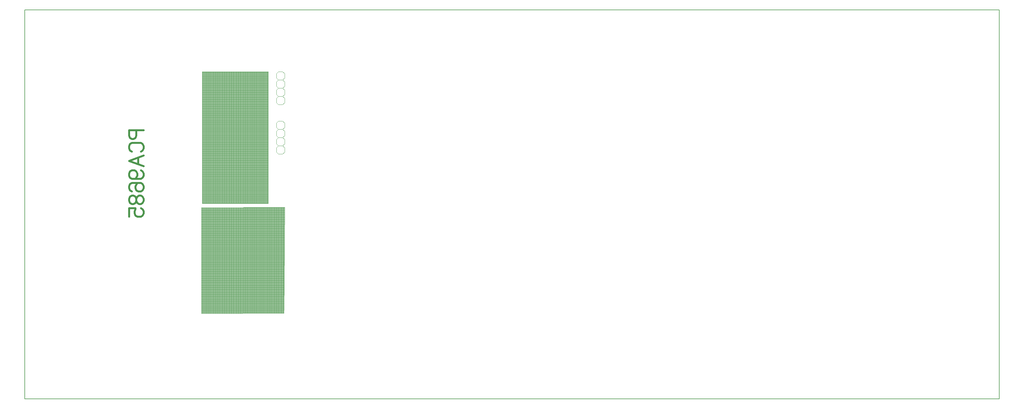
<source format=gbr>
%FSLAX32Y32*%
%MOMM*%
%LNSILKSCREEN2*%
G71*
G01*
%ADD10C, 0.20*%
%ADD11C, 0.10*%
%ADD12C, 0.56*%
%LPD*%
G54D10*
X0Y12000D02*
X30000Y12000D01*
X30000Y0D01*
X0Y0D01*
X0Y12000D01*
G54D11*
X5480Y6031D02*
X5480Y10095D01*
X5500Y6031D02*
X5500Y10095D01*
X5520Y6031D02*
X5520Y10095D01*
X5540Y6031D02*
X5540Y10095D01*
X5560Y6031D02*
X5560Y10095D01*
X5580Y6031D02*
X5580Y10095D01*
X5600Y6031D02*
X5600Y10095D01*
X5620Y6031D02*
X5620Y10095D01*
X5640Y6031D02*
X5640Y10095D01*
X5660Y6031D02*
X5660Y10095D01*
X5680Y6031D02*
X5680Y10095D01*
X5700Y6031D02*
X5700Y10095D01*
X5720Y6031D02*
X5720Y10095D01*
X5740Y6031D02*
X5740Y10095D01*
X5760Y6031D02*
X5760Y10095D01*
X5780Y6031D02*
X5780Y10095D01*
X5800Y6031D02*
X5800Y10095D01*
X5820Y6031D02*
X5820Y10095D01*
X5840Y6031D02*
X5840Y10095D01*
X5860Y6031D02*
X5860Y10095D01*
X5880Y6031D02*
X5880Y10095D01*
X5900Y6031D02*
X5900Y10095D01*
X5920Y6031D02*
X5920Y10095D01*
X5940Y6031D02*
X5940Y10095D01*
X5960Y6031D02*
X5960Y10095D01*
X5980Y6031D02*
X5980Y10095D01*
X6000Y6031D02*
X6000Y10095D01*
X6020Y6031D02*
X6020Y10095D01*
X6040Y6031D02*
X6040Y10095D01*
X6060Y6031D02*
X6060Y10095D01*
X6080Y6031D02*
X6080Y10095D01*
X6100Y6031D02*
X6100Y10095D01*
X6120Y6031D02*
X6120Y10095D01*
X6140Y6031D02*
X6140Y10095D01*
X6160Y6031D02*
X6160Y10095D01*
X6180Y6031D02*
X6180Y10095D01*
X6200Y6031D02*
X6200Y10095D01*
X6220Y6031D02*
X6220Y10095D01*
X6240Y6031D02*
X6240Y10095D01*
X6260Y6031D02*
X6260Y10095D01*
X6280Y6031D02*
X6280Y10095D01*
X6300Y6031D02*
X6300Y10095D01*
X6320Y6031D02*
X6320Y10095D01*
X6340Y6031D02*
X6340Y10095D01*
X6360Y6031D02*
X6360Y10095D01*
X6380Y6031D02*
X6380Y10095D01*
X6400Y6031D02*
X6400Y10095D01*
X6420Y6031D02*
X6420Y10095D01*
X6440Y6031D02*
X6440Y10095D01*
X6460Y6031D02*
X6460Y10095D01*
X6480Y6031D02*
X6480Y10095D01*
X6500Y6031D02*
X6500Y10095D01*
X6520Y6031D02*
X6520Y10095D01*
X6540Y6031D02*
X6540Y10095D01*
X6560Y6031D02*
X6560Y10095D01*
X6580Y6031D02*
X6580Y10095D01*
X6600Y6031D02*
X6600Y10095D01*
X6620Y6031D02*
X6620Y10095D01*
X6640Y6031D02*
X6640Y10095D01*
X6660Y6031D02*
X6660Y10095D01*
X6680Y6031D02*
X6680Y10095D01*
X6700Y6031D02*
X6700Y10095D01*
X6720Y6031D02*
X6720Y10095D01*
X6740Y6031D02*
X6740Y10095D01*
X6760Y6031D02*
X6760Y10095D01*
X6780Y6031D02*
X6780Y10095D01*
X6800Y6031D02*
X6800Y10095D01*
X6820Y6031D02*
X6820Y10095D01*
X6840Y6031D02*
X6840Y10095D01*
X6860Y6031D02*
X6860Y10095D01*
X6880Y6031D02*
X6880Y10095D01*
X6900Y6031D02*
X6900Y10095D01*
X6920Y6031D02*
X6920Y10095D01*
X6940Y6031D02*
X6940Y10095D01*
X6960Y6031D02*
X6960Y10095D01*
X6980Y6031D02*
X6980Y10095D01*
X7000Y6031D02*
X7000Y10095D01*
X7020Y6031D02*
X7020Y10095D01*
X7040Y6031D02*
X7040Y10095D01*
X7060Y6031D02*
X7060Y10095D01*
X7080Y6031D02*
X7080Y10095D01*
X7100Y6031D02*
X7100Y10095D01*
X7120Y6031D02*
X7120Y10095D01*
X7140Y6031D02*
X7140Y10095D01*
X7160Y6031D02*
X7160Y10095D01*
X7180Y6031D02*
X7180Y10095D01*
X7200Y6031D02*
X7200Y10095D01*
X7220Y6031D02*
X7220Y10095D01*
X7240Y6031D02*
X7240Y10095D01*
X7260Y6031D02*
X7260Y10095D01*
X7280Y6031D02*
X7280Y10095D01*
X7300Y6031D02*
X7300Y10095D01*
X7320Y6031D02*
X7320Y10095D01*
X7340Y6031D02*
X7340Y10095D01*
X7360Y6031D02*
X7360Y10095D01*
X7380Y6031D02*
X7380Y10095D01*
X7400Y6031D02*
X7400Y10095D01*
X7420Y6031D02*
X7420Y10095D01*
X7440Y6031D02*
X7440Y10095D01*
X7460Y6031D02*
X7460Y10095D01*
X7480Y6031D02*
X7480Y10095D01*
X5461Y6040D02*
X7493Y6040D01*
X5461Y6060D02*
X7493Y6060D01*
X5461Y6080D02*
X7493Y6080D01*
X5461Y6100D02*
X7493Y6100D01*
X5461Y6120D02*
X7493Y6120D01*
X5461Y6140D02*
X7493Y6140D01*
X5461Y6160D02*
X7493Y6160D01*
X5461Y6180D02*
X7493Y6180D01*
X5461Y6200D02*
X7493Y6200D01*
X5461Y6220D02*
X7493Y6220D01*
X5461Y6240D02*
X7493Y6240D01*
X5461Y6260D02*
X7493Y6260D01*
X5461Y6280D02*
X7493Y6280D01*
X5461Y6300D02*
X7493Y6300D01*
X5461Y6320D02*
X7493Y6320D01*
X5461Y6340D02*
X7493Y6340D01*
X5461Y6360D02*
X7493Y6360D01*
X5461Y6380D02*
X7493Y6380D01*
X5461Y6400D02*
X7493Y6400D01*
X5461Y6420D02*
X7493Y6420D01*
X5461Y6440D02*
X7493Y6440D01*
X5461Y6460D02*
X7493Y6460D01*
X5461Y6480D02*
X7493Y6480D01*
X5461Y6500D02*
X7493Y6500D01*
X5461Y6520D02*
X7493Y6520D01*
X5461Y6540D02*
X7493Y6540D01*
X5461Y6560D02*
X7493Y6560D01*
X5461Y6580D02*
X7493Y6580D01*
X5461Y6600D02*
X7493Y6600D01*
X5461Y6620D02*
X7493Y6620D01*
X5461Y6640D02*
X7493Y6640D01*
X5461Y6660D02*
X7493Y6660D01*
X5461Y6680D02*
X7493Y6680D01*
X5461Y6700D02*
X7493Y6700D01*
X5461Y6720D02*
X7493Y6720D01*
X5461Y6740D02*
X7493Y6740D01*
X5461Y6760D02*
X7493Y6760D01*
X5461Y6780D02*
X7493Y6780D01*
X5461Y6800D02*
X7493Y6800D01*
X5461Y6820D02*
X7493Y6820D01*
X5461Y6840D02*
X7493Y6840D01*
X5461Y6860D02*
X7493Y6860D01*
X5461Y6880D02*
X7493Y6880D01*
X5461Y6900D02*
X7493Y6900D01*
X5461Y6920D02*
X7493Y6920D01*
X5461Y6940D02*
X7493Y6940D01*
X5461Y6960D02*
X7493Y6960D01*
X5461Y6980D02*
X7493Y6980D01*
X5461Y7000D02*
X7493Y7000D01*
X5461Y7020D02*
X7493Y7020D01*
X5461Y7040D02*
X7493Y7040D01*
X5461Y7060D02*
X7493Y7060D01*
X5461Y7080D02*
X7493Y7080D01*
X5461Y7100D02*
X7493Y7100D01*
X5461Y7120D02*
X7493Y7120D01*
X5461Y7140D02*
X7493Y7140D01*
X5461Y7160D02*
X7493Y7160D01*
X5461Y7180D02*
X7493Y7180D01*
X5461Y7200D02*
X7493Y7200D01*
X5461Y7220D02*
X7493Y7220D01*
X5461Y7240D02*
X7493Y7240D01*
X5461Y7260D02*
X7493Y7260D01*
X5461Y7280D02*
X7493Y7280D01*
X5461Y7300D02*
X7493Y7300D01*
X5461Y7320D02*
X7493Y7320D01*
X5461Y7340D02*
X7493Y7340D01*
X5461Y7360D02*
X7493Y7360D01*
X5461Y7380D02*
X7493Y7380D01*
X5461Y7400D02*
X7493Y7400D01*
X5461Y7420D02*
X7493Y7420D01*
X5461Y7440D02*
X7493Y7440D01*
X5461Y7460D02*
X7493Y7460D01*
X5461Y7480D02*
X7493Y7480D01*
X5461Y7500D02*
X7493Y7500D01*
X5461Y7520D02*
X7493Y7520D01*
X5461Y7540D02*
X7493Y7540D01*
X5461Y7560D02*
X7493Y7560D01*
X5461Y7580D02*
X7493Y7580D01*
X5461Y7600D02*
X7493Y7600D01*
X5461Y7620D02*
X7493Y7620D01*
X5461Y7640D02*
X7493Y7640D01*
X5461Y7660D02*
X7493Y7660D01*
X5461Y7680D02*
X7493Y7680D01*
X5461Y7700D02*
X7493Y7700D01*
X5461Y7720D02*
X7493Y7720D01*
X5461Y7740D02*
X7493Y7740D01*
X5461Y7760D02*
X7493Y7760D01*
X5461Y7780D02*
X7493Y7780D01*
X5461Y7800D02*
X7493Y7800D01*
X5461Y7820D02*
X7493Y7820D01*
X5461Y7840D02*
X7493Y7840D01*
X5461Y7860D02*
X7493Y7860D01*
X5461Y7880D02*
X7493Y7880D01*
X5461Y7900D02*
X7493Y7900D01*
X5461Y7920D02*
X7493Y7920D01*
X5461Y7940D02*
X7493Y7940D01*
X5461Y7960D02*
X7493Y7960D01*
X5461Y7980D02*
X7493Y7980D01*
X5461Y8000D02*
X7493Y8000D01*
X5461Y8020D02*
X7493Y8020D01*
X5461Y8040D02*
X7493Y8040D01*
X5461Y8060D02*
X7493Y8060D01*
X5461Y8080D02*
X7493Y8080D01*
X5461Y8100D02*
X7493Y8100D01*
X5461Y8120D02*
X7493Y8120D01*
X5461Y8140D02*
X7493Y8140D01*
X5461Y8160D02*
X7493Y8160D01*
X5461Y8180D02*
X7493Y8180D01*
X5461Y8200D02*
X7493Y8200D01*
X5461Y8220D02*
X7493Y8220D01*
X5461Y8240D02*
X7493Y8240D01*
X5461Y8260D02*
X7493Y8260D01*
X5461Y8280D02*
X7493Y8280D01*
X5461Y8300D02*
X7493Y8300D01*
X5461Y8320D02*
X7493Y8320D01*
X5461Y8340D02*
X7493Y8340D01*
X5461Y8360D02*
X7493Y8360D01*
X5461Y8380D02*
X7493Y8380D01*
X5461Y8400D02*
X7493Y8400D01*
X5461Y8420D02*
X7493Y8420D01*
X5461Y8440D02*
X7493Y8440D01*
X5461Y8460D02*
X7493Y8460D01*
X5461Y8480D02*
X7493Y8480D01*
X5461Y8500D02*
X7493Y8500D01*
X5461Y8520D02*
X7493Y8520D01*
X5461Y8540D02*
X7493Y8540D01*
X5461Y8560D02*
X7493Y8560D01*
X5461Y8580D02*
X7493Y8580D01*
X5461Y8600D02*
X7493Y8600D01*
X5461Y8620D02*
X7493Y8620D01*
X5461Y8640D02*
X7493Y8640D01*
X5461Y8660D02*
X7493Y8660D01*
X5461Y8680D02*
X7493Y8680D01*
X5461Y8700D02*
X7493Y8700D01*
X5461Y8720D02*
X7493Y8720D01*
X5461Y8740D02*
X7493Y8740D01*
X5461Y8760D02*
X7493Y8760D01*
X5461Y8780D02*
X7493Y8780D01*
X5461Y8800D02*
X7493Y8800D01*
X5461Y8820D02*
X7493Y8820D01*
X5461Y8840D02*
X7493Y8840D01*
X5461Y8860D02*
X7493Y8860D01*
X5461Y8880D02*
X7493Y8880D01*
X5461Y8900D02*
X7493Y8900D01*
X5461Y8920D02*
X7493Y8920D01*
X5461Y8940D02*
X7493Y8940D01*
X5461Y8960D02*
X7493Y8960D01*
X5461Y8980D02*
X7493Y8980D01*
X5461Y9000D02*
X7493Y9000D01*
X5461Y9020D02*
X7493Y9020D01*
X5461Y9040D02*
X7493Y9040D01*
X5461Y9060D02*
X7493Y9060D01*
X5461Y9080D02*
X7493Y9080D01*
X5461Y9100D02*
X7493Y9100D01*
X5461Y9120D02*
X7493Y9120D01*
X5461Y9140D02*
X7493Y9140D01*
X5461Y9160D02*
X7493Y9160D01*
X5461Y9180D02*
X7493Y9180D01*
X5461Y9200D02*
X7493Y9200D01*
X5461Y9220D02*
X7493Y9220D01*
X5461Y9240D02*
X7493Y9240D01*
X5461Y9260D02*
X7493Y9260D01*
X5461Y9280D02*
X7493Y9280D01*
X5461Y9300D02*
X7493Y9300D01*
X5461Y9320D02*
X7493Y9320D01*
X5461Y9340D02*
X7493Y9340D01*
X5461Y9360D02*
X7493Y9360D01*
X5461Y9380D02*
X7493Y9380D01*
X5461Y9400D02*
X7493Y9400D01*
X5461Y9420D02*
X7493Y9420D01*
X5461Y9440D02*
X7493Y9440D01*
X5461Y9460D02*
X7493Y9460D01*
X5461Y9480D02*
X7493Y9480D01*
X5461Y9500D02*
X7493Y9500D01*
X5461Y9520D02*
X7493Y9520D01*
X5461Y9540D02*
X7493Y9540D01*
X5461Y9560D02*
X7493Y9560D01*
X5461Y9580D02*
X7493Y9580D01*
X5461Y9600D02*
X7493Y9600D01*
X5461Y9620D02*
X7493Y9620D01*
X5461Y9640D02*
X7493Y9640D01*
X5461Y9660D02*
X7493Y9660D01*
X5461Y9680D02*
X7493Y9680D01*
X5461Y9700D02*
X7493Y9700D01*
X5461Y9720D02*
X7493Y9720D01*
X5461Y9740D02*
X7493Y9740D01*
X5461Y9760D02*
X7493Y9760D01*
X5461Y9780D02*
X7493Y9780D01*
X5461Y9800D02*
X7493Y9800D01*
X5461Y9820D02*
X7493Y9820D01*
X5461Y9840D02*
X7493Y9840D01*
X5461Y9860D02*
X7493Y9860D01*
X5461Y9880D02*
X7493Y9880D01*
X5461Y9900D02*
X7493Y9900D01*
X5461Y9920D02*
X7493Y9920D01*
X5461Y9940D02*
X7493Y9940D01*
X5461Y9960D02*
X7493Y9960D01*
X5461Y9980D02*
X7493Y9980D01*
X5461Y10000D02*
X7493Y10000D01*
X5461Y10020D02*
X7493Y10020D01*
X5461Y10040D02*
X7493Y10040D01*
X5461Y10060D02*
X7493Y10060D01*
X5461Y10080D02*
X7493Y10080D01*
G54D11*
X5461Y6031D02*
X7493Y6031D01*
X7493Y10095D01*
X5461Y10095D01*
X5461Y6031D01*
G54D11*
X5440Y4814D02*
X5440Y5902D01*
X5460Y2639D02*
X5460Y5902D01*
X5480Y2639D02*
X5480Y5902D01*
X5500Y2639D02*
X5500Y5902D01*
X5520Y2639D02*
X5520Y5902D01*
X5540Y2639D02*
X5540Y5902D01*
X5560Y2639D02*
X5560Y5903D01*
X5580Y2639D02*
X5580Y5903D01*
X5600Y2639D02*
X5600Y5903D01*
X5620Y2639D02*
X5620Y5903D01*
X5640Y2639D02*
X5640Y5903D01*
X5660Y2639D02*
X5660Y5903D01*
X5680Y2639D02*
X5680Y5903D01*
X5700Y2639D02*
X5700Y5903D01*
X5720Y2639D02*
X5720Y5903D01*
X5740Y2639D02*
X5740Y5903D01*
X5760Y2639D02*
X5760Y5904D01*
X5780Y2639D02*
X5780Y5904D01*
X5800Y2639D02*
X5800Y5904D01*
X5820Y2639D02*
X5820Y5904D01*
X5840Y2639D02*
X5840Y5904D01*
X5860Y2639D02*
X5860Y5904D01*
X5880Y2640D02*
X5880Y5904D01*
X5900Y2640D02*
X5900Y5904D01*
X5920Y2640D02*
X5920Y5904D01*
X5940Y2640D02*
X5940Y5904D01*
X5960Y2640D02*
X5960Y5904D01*
X5980Y2640D02*
X5980Y5905D01*
X6000Y2640D02*
X6000Y5905D01*
X6020Y2640D02*
X6020Y5905D01*
X6040Y2640D02*
X6040Y5905D01*
X6060Y2640D02*
X6060Y5905D01*
X6080Y2640D02*
X6080Y5905D01*
X6100Y2640D02*
X6100Y5905D01*
X6120Y2640D02*
X6120Y5905D01*
X6140Y2640D02*
X6140Y5905D01*
X6160Y2640D02*
X6160Y5905D01*
X6180Y2640D02*
X6180Y5905D01*
X6200Y2640D02*
X6200Y5906D01*
X6220Y2640D02*
X6220Y5906D01*
X6240Y2640D02*
X6240Y5906D01*
X6260Y2640D02*
X6260Y5906D01*
X6280Y2640D02*
X6280Y5906D01*
X6300Y2640D02*
X6300Y5906D01*
X6320Y2640D02*
X6320Y5906D01*
X6340Y2640D02*
X6340Y5906D01*
X6360Y2640D02*
X6360Y5906D01*
X6380Y2640D02*
X6380Y5906D01*
X6400Y2640D02*
X6400Y5906D01*
X6420Y2640D02*
X6420Y5907D01*
X6440Y2640D02*
X6440Y5907D01*
X6460Y2640D02*
X6460Y5907D01*
X6480Y2640D02*
X6480Y5907D01*
X6500Y2640D02*
X6500Y5907D01*
X6520Y2640D02*
X6520Y5907D01*
X6540Y2640D02*
X6540Y5907D01*
X6560Y2640D02*
X6560Y5907D01*
X6580Y2640D02*
X6580Y5907D01*
X6600Y2640D02*
X6600Y5907D01*
X6620Y2640D02*
X6620Y5908D01*
X6640Y2640D02*
X6640Y5908D01*
X6660Y2640D02*
X6660Y5908D01*
X6680Y2640D02*
X6680Y5908D01*
X6700Y2640D02*
X6700Y5908D01*
X6720Y2641D02*
X6720Y5908D01*
X6740Y2641D02*
X6740Y5908D01*
X6760Y2641D02*
X6760Y5908D01*
X6780Y2641D02*
X6780Y5908D01*
X6800Y2641D02*
X6800Y5908D01*
X6820Y2641D02*
X6820Y5908D01*
X6840Y2641D02*
X6840Y5909D01*
X6860Y2641D02*
X6860Y5909D01*
X6880Y2641D02*
X6880Y5909D01*
X6900Y2641D02*
X6900Y5909D01*
X6920Y2641D02*
X6920Y5909D01*
X6940Y2641D02*
X6940Y5909D01*
X6960Y2641D02*
X6960Y5909D01*
X6980Y2641D02*
X6980Y5909D01*
X7000Y2641D02*
X7000Y5909D01*
X7020Y2641D02*
X7020Y5909D01*
X7040Y2641D02*
X7040Y5909D01*
X7060Y2641D02*
X7060Y5910D01*
X7080Y2641D02*
X7080Y5910D01*
X7100Y2641D02*
X7100Y5910D01*
X7120Y2641D02*
X7120Y5910D01*
X7140Y2641D02*
X7140Y5910D01*
X7160Y2641D02*
X7160Y5910D01*
X7180Y2641D02*
X7180Y5910D01*
X7200Y2641D02*
X7200Y5910D01*
X7220Y2641D02*
X7220Y5910D01*
X7240Y2641D02*
X7240Y5910D01*
X7260Y2641D02*
X7260Y5911D01*
X7280Y2641D02*
X7280Y5911D01*
X7300Y2641D02*
X7300Y5911D01*
X7320Y2641D02*
X7320Y5911D01*
X7340Y2641D02*
X7340Y5911D01*
X7360Y2641D02*
X7360Y5911D01*
X7380Y2641D02*
X7380Y5911D01*
X7400Y2641D02*
X7400Y5911D01*
X7420Y2641D02*
X7420Y5911D01*
X7440Y2641D02*
X7440Y5911D01*
X7460Y2641D02*
X7460Y5911D01*
X7480Y2641D02*
X7480Y5912D01*
X7500Y2641D02*
X7500Y5912D01*
X7520Y2641D02*
X7520Y5912D01*
X7540Y2641D02*
X7540Y5912D01*
X7560Y2642D02*
X7560Y5912D01*
X7580Y2642D02*
X7580Y5912D01*
X7600Y2642D02*
X7600Y5912D01*
X7620Y2642D02*
X7620Y5912D01*
X7640Y2642D02*
X7640Y5912D01*
X7660Y2642D02*
X7660Y5912D01*
X7680Y2642D02*
X7680Y5912D01*
X7700Y2642D02*
X7700Y5913D01*
X7720Y2642D02*
X7720Y5913D01*
X7740Y2642D02*
X7740Y5913D01*
X7760Y2642D02*
X7760Y5913D01*
X7780Y2642D02*
X7780Y5913D01*
X7800Y2642D02*
X7800Y5913D01*
X7820Y2642D02*
X7820Y5913D01*
X7840Y2642D02*
X7840Y5913D01*
X7860Y2642D02*
X7860Y5913D01*
X7880Y2642D02*
X7880Y5913D01*
X7900Y2642D02*
X7900Y5914D01*
X7920Y2642D02*
X7920Y5914D01*
X7940Y2642D02*
X7940Y5914D01*
X7960Y2642D02*
X7960Y5914D01*
X7980Y2642D02*
X7980Y5914D01*
X8000Y5602D02*
X8000Y5914D01*
X5440Y2640D02*
X6287Y2640D01*
X5440Y2660D02*
X7981Y2660D01*
X5440Y2680D02*
X7981Y2680D01*
X5440Y2700D02*
X7981Y2700D01*
X5440Y2720D02*
X7981Y2720D01*
X5440Y2740D02*
X7982Y2740D01*
X5440Y2760D02*
X7982Y2760D01*
X5440Y2780D02*
X7982Y2780D01*
X5440Y2800D02*
X7982Y2800D01*
X5440Y2820D02*
X7982Y2820D01*
X5440Y2840D02*
X7982Y2840D01*
X5440Y2860D02*
X7982Y2860D01*
X5440Y2880D02*
X7982Y2880D01*
X5440Y2900D02*
X7982Y2900D01*
X5440Y2920D02*
X7983Y2920D01*
X5440Y2940D02*
X7983Y2940D01*
X5440Y2960D02*
X7983Y2960D01*
X5440Y2980D02*
X7983Y2980D01*
X5440Y3000D02*
X7983Y3000D01*
X5440Y3020D02*
X7983Y3020D01*
X5440Y3040D02*
X7983Y3040D01*
X5440Y3060D02*
X7983Y3060D01*
X5440Y3080D02*
X7984Y3080D01*
X5440Y3100D02*
X7984Y3100D01*
X5440Y3120D02*
X7984Y3120D01*
X5440Y3140D02*
X7984Y3140D01*
X5440Y3160D02*
X7984Y3160D01*
X5440Y3180D02*
X7984Y3180D01*
X5440Y3200D02*
X7984Y3200D01*
X5440Y3220D02*
X7984Y3220D01*
X5440Y3240D02*
X7984Y3240D01*
X5440Y3260D02*
X7985Y3260D01*
X5440Y3280D02*
X7985Y3280D01*
X5440Y3300D02*
X7985Y3300D01*
X5440Y3320D02*
X7985Y3320D01*
X5440Y3340D02*
X7985Y3340D01*
X5440Y3360D02*
X7985Y3360D01*
X5440Y3380D02*
X7985Y3380D01*
X5440Y3400D02*
X7985Y3400D01*
X5440Y3420D02*
X7986Y3420D01*
X5440Y3440D02*
X7986Y3440D01*
X5440Y3460D02*
X7986Y3460D01*
X5440Y3480D02*
X7986Y3480D01*
X5440Y3500D02*
X7986Y3500D01*
X5440Y3520D02*
X7986Y3520D01*
X5440Y3540D02*
X7986Y3540D01*
X5440Y3560D02*
X7986Y3560D01*
X5440Y3580D02*
X7986Y3580D01*
X5440Y3600D02*
X7987Y3600D01*
X5440Y3620D02*
X7987Y3620D01*
X5440Y3640D02*
X7987Y3640D01*
X5440Y3660D02*
X7987Y3660D01*
X5440Y3680D02*
X7987Y3680D01*
X5440Y3700D02*
X7987Y3700D01*
X5440Y3720D02*
X7987Y3720D01*
X5440Y3740D02*
X7987Y3740D01*
X5440Y3760D02*
X7987Y3760D01*
X5440Y3780D02*
X7988Y3780D01*
X5440Y3800D02*
X7988Y3800D01*
X5440Y3820D02*
X7988Y3820D01*
X5440Y3840D02*
X7988Y3840D01*
X5440Y3860D02*
X7988Y3860D01*
X5440Y3880D02*
X7988Y3880D01*
X5440Y3900D02*
X7988Y3900D01*
X5440Y3920D02*
X7988Y3920D01*
X5440Y3940D02*
X7989Y3940D01*
X5440Y3960D02*
X7989Y3960D01*
X5440Y3980D02*
X7989Y3980D01*
X5440Y4000D02*
X7989Y4000D01*
X5440Y4020D02*
X7989Y4020D01*
X5440Y4040D02*
X7989Y4040D01*
X5440Y4060D02*
X7989Y4060D01*
X5440Y4080D02*
X7989Y4080D01*
X5440Y4100D02*
X7989Y4100D01*
X5440Y4120D02*
X7990Y4120D01*
X5440Y4140D02*
X7990Y4140D01*
X5440Y4160D02*
X7990Y4160D01*
X5440Y4180D02*
X7990Y4180D01*
X5440Y4200D02*
X7990Y4200D01*
X5440Y4220D02*
X7990Y4220D01*
X5440Y4240D02*
X7990Y4240D01*
X5440Y4260D02*
X7990Y4260D01*
X5439Y4280D02*
X7991Y4280D01*
X5439Y4300D02*
X7991Y4300D01*
X5439Y4320D02*
X7991Y4320D01*
X5439Y4340D02*
X7991Y4340D01*
X5439Y4360D02*
X7991Y4360D01*
X5439Y4380D02*
X7991Y4380D01*
X5439Y4400D02*
X7991Y4400D01*
X5439Y4420D02*
X7991Y4420D01*
X5439Y4440D02*
X7991Y4440D01*
X5439Y4460D02*
X7992Y4460D01*
X5439Y4480D02*
X7992Y4480D01*
X5439Y4500D02*
X7992Y4500D01*
X5439Y4520D02*
X7992Y4520D01*
X5439Y4540D02*
X7992Y4540D01*
X5439Y4560D02*
X7992Y4560D01*
X5439Y4580D02*
X7992Y4580D01*
X5439Y4600D02*
X7992Y4600D01*
X5439Y4620D02*
X7992Y4620D01*
X5439Y4640D02*
X7993Y4640D01*
X5439Y4660D02*
X7993Y4660D01*
X5439Y4680D02*
X7993Y4680D01*
X5439Y4700D02*
X7993Y4700D01*
X5439Y4720D02*
X7993Y4720D01*
X5439Y4740D02*
X7993Y4740D01*
X5439Y4760D02*
X7993Y4760D01*
X5439Y4780D02*
X7993Y4780D01*
X5439Y4800D02*
X7994Y4800D01*
X5439Y4820D02*
X7994Y4820D01*
X5439Y4840D02*
X7994Y4840D01*
X5439Y4860D02*
X7994Y4860D01*
X5439Y4880D02*
X7994Y4880D01*
X5439Y4900D02*
X7994Y4900D01*
X5439Y4920D02*
X7994Y4920D01*
X5439Y4940D02*
X7994Y4940D01*
X5439Y4960D02*
X7994Y4960D01*
X5439Y4980D02*
X7995Y4980D01*
X5439Y5000D02*
X7995Y5000D01*
X5439Y5020D02*
X7995Y5020D01*
X5439Y5040D02*
X7995Y5040D01*
X5439Y5060D02*
X7995Y5060D01*
X5439Y5080D02*
X7995Y5080D01*
X5439Y5100D02*
X7995Y5100D01*
X5439Y5120D02*
X7995Y5120D01*
X5439Y5140D02*
X7996Y5140D01*
X5439Y5160D02*
X7996Y5160D01*
X5439Y5180D02*
X7996Y5180D01*
X5439Y5200D02*
X7996Y5200D01*
X5439Y5220D02*
X7996Y5220D01*
X5439Y5240D02*
X7996Y5240D01*
X5439Y5260D02*
X7996Y5260D01*
X5439Y5280D02*
X7996Y5280D01*
X5439Y5300D02*
X7996Y5300D01*
X5439Y5320D02*
X7997Y5320D01*
X5439Y5340D02*
X7997Y5340D01*
X5439Y5360D02*
X7997Y5360D01*
X5439Y5380D02*
X7997Y5380D01*
X5439Y5400D02*
X7997Y5400D01*
X5439Y5420D02*
X7997Y5420D01*
X5439Y5440D02*
X7997Y5440D01*
X5439Y5460D02*
X7997Y5460D01*
X5439Y5480D02*
X7997Y5480D01*
X5439Y5500D02*
X7998Y5500D01*
X5439Y5520D02*
X7998Y5520D01*
X5439Y5540D02*
X7998Y5540D01*
X5439Y5560D02*
X7998Y5560D01*
X5439Y5580D02*
X7998Y5580D01*
X5439Y5600D02*
X7998Y5600D01*
X5439Y5620D02*
X7998Y5620D01*
X5439Y5640D02*
X7998Y5640D01*
X5439Y5660D02*
X7999Y5660D01*
X5439Y5680D02*
X7999Y5680D01*
X5439Y5700D02*
X7999Y5700D01*
X5439Y5720D02*
X7999Y5720D01*
X5439Y5740D02*
X7999Y5740D01*
X5439Y5760D02*
X7999Y5760D01*
X5439Y5780D02*
X7999Y5780D01*
X5439Y5800D02*
X7999Y5800D01*
X5439Y5820D02*
X7999Y5820D01*
X5439Y5840D02*
X8000Y5840D01*
X5439Y5860D02*
X8000Y5860D01*
X5439Y5880D02*
X8000Y5880D01*
X5439Y5900D02*
X8000Y5900D01*
G54D11*
X5440Y2639D02*
X7981Y2642D01*
X8000Y5914D01*
X5439Y5902D01*
X5440Y2639D01*
G54D12*
X3656Y8290D02*
X3212Y8290D01*
X3212Y8123D01*
X3239Y8057D01*
X3295Y8023D01*
X3350Y8023D01*
X3406Y8057D01*
X3434Y8123D01*
X3434Y8290D01*
G54D12*
X3573Y7634D02*
X3628Y7668D01*
X3656Y7734D01*
X3656Y7801D01*
X3628Y7868D01*
X3573Y7901D01*
X3295Y7901D01*
X3239Y7868D01*
X3212Y7801D01*
X3212Y7734D01*
X3239Y7668D01*
X3295Y7634D01*
G54D12*
X3656Y7512D02*
X3212Y7345D01*
X3656Y7179D01*
G54D12*
X3489Y7445D02*
X3489Y7245D01*
G54D12*
X3573Y7057D02*
X3628Y7024D01*
X3656Y6957D01*
X3656Y6890D01*
X3628Y6824D01*
X3573Y6790D01*
X3434Y6790D01*
X3406Y6790D01*
X3462Y6890D01*
X3462Y6957D01*
X3434Y7024D01*
X3378Y7057D01*
X3295Y7057D01*
X3239Y7024D01*
X3212Y6957D01*
X3212Y6890D01*
X3239Y6824D01*
X3295Y6790D01*
X3434Y6790D01*
G54D12*
X3295Y6401D02*
X3239Y6435D01*
X3212Y6501D01*
X3212Y6568D01*
X3239Y6635D01*
X3295Y6668D01*
X3434Y6668D01*
X3462Y6668D01*
X3406Y6568D01*
X3406Y6501D01*
X3434Y6435D01*
X3489Y6401D01*
X3573Y6401D01*
X3628Y6435D01*
X3656Y6501D01*
X3656Y6568D01*
X3628Y6635D01*
X3573Y6668D01*
X3434Y6668D01*
G54D12*
X3434Y6112D02*
X3434Y6179D01*
X3406Y6246D01*
X3350Y6279D01*
X3295Y6279D01*
X3239Y6246D01*
X3212Y6179D01*
X3212Y6112D01*
X3239Y6046D01*
X3295Y6012D01*
X3350Y6012D01*
X3406Y6046D01*
X3434Y6112D01*
X3462Y6046D01*
X3517Y6012D01*
X3573Y6012D01*
X3628Y6046D01*
X3656Y6112D01*
X3656Y6179D01*
X3628Y6246D01*
X3573Y6279D01*
X3517Y6279D01*
X3462Y6246D01*
X3434Y6179D01*
G54D12*
X3212Y5623D02*
X3212Y5890D01*
X3406Y5890D01*
X3406Y5857D01*
X3378Y5790D01*
X3378Y5723D01*
X3406Y5657D01*
X3462Y5623D01*
X3573Y5623D01*
X3628Y5657D01*
X3656Y5723D01*
X3656Y5790D01*
X3628Y5857D01*
X3573Y5890D01*
G54D11*
X7938Y10095D02*
X8001Y10032D01*
X8001Y9904D01*
X7938Y9841D01*
X7810Y9841D01*
X7747Y9904D01*
X7747Y10032D01*
X7810Y10095D01*
X7938Y10095D01*
G54D11*
X7938Y9841D02*
X8001Y9778D01*
X8001Y9650D01*
X7938Y9587D01*
X7810Y9587D01*
X7747Y9650D01*
X7747Y9778D01*
X7810Y9841D01*
X7938Y9841D01*
G54D11*
X7938Y9587D02*
X8001Y9524D01*
X8001Y9396D01*
X7938Y9333D01*
X7810Y9333D01*
X7747Y9396D01*
X7747Y9524D01*
X7810Y9587D01*
X7938Y9587D01*
G54D11*
X7938Y9333D02*
X8001Y9270D01*
X8001Y9142D01*
X7938Y9079D01*
X7810Y9079D01*
X7747Y9142D01*
X7747Y9270D01*
X7810Y9333D01*
X7938Y9333D01*
G54D11*
X7938Y8571D02*
X8001Y8508D01*
X8001Y8380D01*
X7938Y8317D01*
X7810Y8317D01*
X7747Y8380D01*
X7747Y8508D01*
X7810Y8571D01*
X7938Y8571D01*
G54D11*
X7938Y8317D02*
X8001Y8254D01*
X8001Y8126D01*
X7938Y8063D01*
X7810Y8063D01*
X7747Y8126D01*
X7747Y8254D01*
X7810Y8317D01*
X7938Y8317D01*
G54D11*
X7938Y8063D02*
X8001Y8000D01*
X8001Y7872D01*
X7938Y7809D01*
X7810Y7809D01*
X7747Y7872D01*
X7747Y8000D01*
X7810Y8063D01*
X7938Y8063D01*
G54D11*
X7938Y7809D02*
X8001Y7746D01*
X8001Y7618D01*
X7938Y7555D01*
X7810Y7555D01*
X7747Y7618D01*
X7747Y7746D01*
X7810Y7809D01*
X7938Y7809D01*
M02*

</source>
